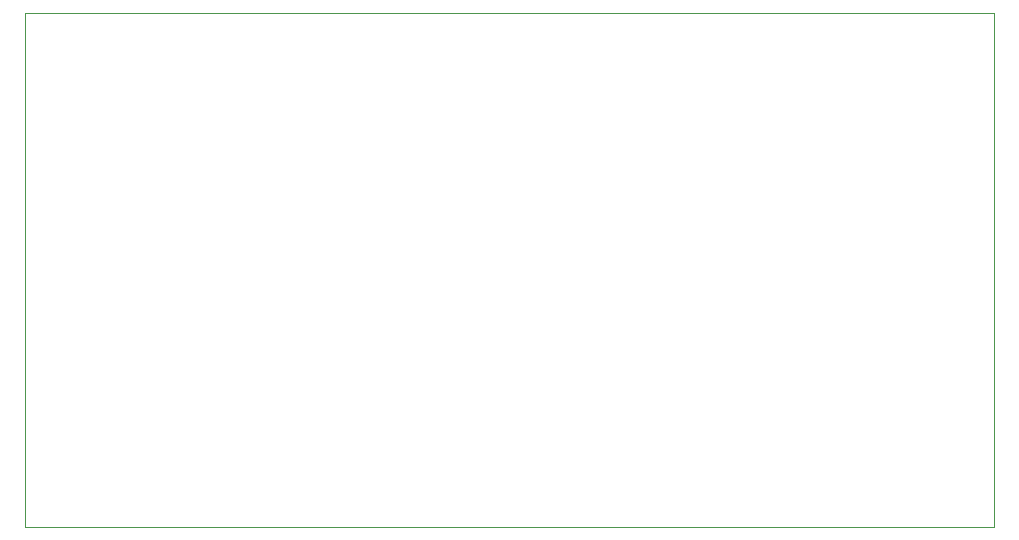
<source format=gm1>
G04 #@! TF.GenerationSoftware,KiCad,Pcbnew,6.0.9-8da3e8f707~116~ubuntu20.04.1*
G04 #@! TF.CreationDate,2022-11-05T19:19:53+00:00*
G04 #@! TF.ProjectId,slrm,736c726d-2e6b-4696-9361-645f70636258,rev?*
G04 #@! TF.SameCoordinates,Original*
G04 #@! TF.FileFunction,Profile,NP*
%FSLAX46Y46*%
G04 Gerber Fmt 4.6, Leading zero omitted, Abs format (unit mm)*
G04 Created by KiCad (PCBNEW 6.0.9-8da3e8f707~116~ubuntu20.04.1) date 2022-11-05 19:19:53*
%MOMM*%
%LPD*%
G01*
G04 APERTURE LIST*
G04 #@! TA.AperFunction,Profile*
%ADD10C,0.100000*%
G04 #@! TD*
G04 APERTURE END LIST*
D10*
X108735694Y-77921454D02*
X190788015Y-77921454D01*
X190788015Y-77921454D02*
X190788015Y-121408096D01*
X190788015Y-121408096D02*
X108735694Y-121408096D01*
X108735694Y-121408096D02*
X108735694Y-77921454D01*
M02*

</source>
